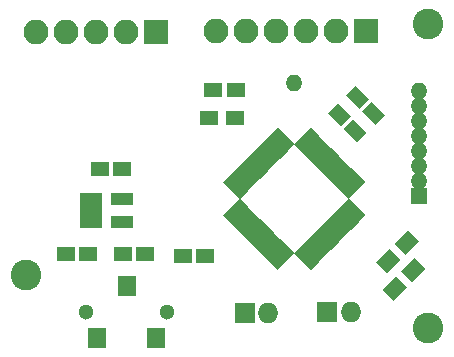
<source format=gts>
G04 #@! TF.FileFunction,Soldermask,Top*
%FSLAX46Y46*%
G04 Gerber Fmt 4.6, Leading zero omitted, Abs format (unit mm)*
G04 Created by KiCad (PCBNEW 4.0.4-stable) date Thursday, September 28, 2017 'AMt' 07:09:09 AM*
%MOMM*%
%LPD*%
G01*
G04 APERTURE LIST*
%ADD10C,0.100000*%
%ADD11R,1.400000X1.400000*%
%ADD12O,1.400000X1.400000*%
%ADD13R,2.100000X2.100000*%
%ADD14O,2.100000X2.100000*%
%ADD15C,2.600000*%
%ADD16R,1.600000X1.150000*%
%ADD17R,1.600000X1.300000*%
%ADD18R,1.600000X1.800000*%
%ADD19C,1.300000*%
%ADD20R,1.960000X1.050000*%
%ADD21R,1.750000X1.750000*%
%ADD22O,1.750000X1.750000*%
G04 APERTURE END LIST*
D10*
D11*
X175300000Y-112290000D03*
D12*
X175300000Y-111020000D03*
X175300000Y-109750000D03*
X175300000Y-108480000D03*
X175300000Y-107210000D03*
X175300000Y-105940000D03*
X175300000Y-104670000D03*
X175300000Y-103400000D03*
X164700000Y-102745000D03*
D13*
X153000000Y-98400000D03*
D14*
X150460000Y-98400000D03*
X147920000Y-98400000D03*
X145380000Y-98400000D03*
X142840000Y-98400000D03*
D13*
X170800000Y-98300000D03*
D14*
X168260000Y-98300000D03*
X165720000Y-98300000D03*
X163180000Y-98300000D03*
X160640000Y-98300000D03*
X158100000Y-98300000D03*
D10*
G36*
X159343666Y-114568288D02*
X158671914Y-113896536D01*
X160086128Y-112482322D01*
X160757880Y-113154074D01*
X159343666Y-114568288D01*
X159343666Y-114568288D01*
G37*
G36*
X159909352Y-115133973D02*
X159237600Y-114462221D01*
X160651814Y-113048007D01*
X161323566Y-113719759D01*
X159909352Y-115133973D01*
X159909352Y-115133973D01*
G37*
G36*
X160475037Y-115699659D02*
X159803285Y-115027907D01*
X161217499Y-113613693D01*
X161889251Y-114285445D01*
X160475037Y-115699659D01*
X160475037Y-115699659D01*
G37*
G36*
X161040722Y-116265344D02*
X160368970Y-115593592D01*
X161783184Y-114179378D01*
X162454936Y-114851130D01*
X161040722Y-116265344D01*
X161040722Y-116265344D01*
G37*
G36*
X161606408Y-116831030D02*
X160934656Y-116159278D01*
X162348870Y-114745064D01*
X163020622Y-115416816D01*
X161606408Y-116831030D01*
X161606408Y-116831030D01*
G37*
G36*
X162172093Y-117396715D02*
X161500341Y-116724963D01*
X162914555Y-115310749D01*
X163586307Y-115982501D01*
X162172093Y-117396715D01*
X162172093Y-117396715D01*
G37*
G36*
X162737779Y-117962400D02*
X162066027Y-117290648D01*
X163480241Y-115876434D01*
X164151993Y-116548186D01*
X162737779Y-117962400D01*
X162737779Y-117962400D01*
G37*
G36*
X163303464Y-118528086D02*
X162631712Y-117856334D01*
X164045926Y-116442120D01*
X164717678Y-117113872D01*
X163303464Y-118528086D01*
X163303464Y-118528086D01*
G37*
G36*
X166768288Y-117856334D02*
X166096536Y-118528086D01*
X164682322Y-117113872D01*
X165354074Y-116442120D01*
X166768288Y-117856334D01*
X166768288Y-117856334D01*
G37*
G36*
X167333973Y-117290648D02*
X166662221Y-117962400D01*
X165248007Y-116548186D01*
X165919759Y-115876434D01*
X167333973Y-117290648D01*
X167333973Y-117290648D01*
G37*
G36*
X167899659Y-116724963D02*
X167227907Y-117396715D01*
X165813693Y-115982501D01*
X166485445Y-115310749D01*
X167899659Y-116724963D01*
X167899659Y-116724963D01*
G37*
G36*
X168465344Y-116159278D02*
X167793592Y-116831030D01*
X166379378Y-115416816D01*
X167051130Y-114745064D01*
X168465344Y-116159278D01*
X168465344Y-116159278D01*
G37*
G36*
X169031030Y-115593592D02*
X168359278Y-116265344D01*
X166945064Y-114851130D01*
X167616816Y-114179378D01*
X169031030Y-115593592D01*
X169031030Y-115593592D01*
G37*
G36*
X169596715Y-115027907D02*
X168924963Y-115699659D01*
X167510749Y-114285445D01*
X168182501Y-113613693D01*
X169596715Y-115027907D01*
X169596715Y-115027907D01*
G37*
G36*
X170162400Y-114462221D02*
X169490648Y-115133973D01*
X168076434Y-113719759D01*
X168748186Y-113048007D01*
X170162400Y-114462221D01*
X170162400Y-114462221D01*
G37*
G36*
X170728086Y-113896536D02*
X170056334Y-114568288D01*
X168642120Y-113154074D01*
X169313872Y-112482322D01*
X170728086Y-113896536D01*
X170728086Y-113896536D01*
G37*
G36*
X169313872Y-112517678D02*
X168642120Y-111845926D01*
X170056334Y-110431712D01*
X170728086Y-111103464D01*
X169313872Y-112517678D01*
X169313872Y-112517678D01*
G37*
G36*
X168748186Y-111951993D02*
X168076434Y-111280241D01*
X169490648Y-109866027D01*
X170162400Y-110537779D01*
X168748186Y-111951993D01*
X168748186Y-111951993D01*
G37*
G36*
X168182501Y-111386307D02*
X167510749Y-110714555D01*
X168924963Y-109300341D01*
X169596715Y-109972093D01*
X168182501Y-111386307D01*
X168182501Y-111386307D01*
G37*
G36*
X167616816Y-110820622D02*
X166945064Y-110148870D01*
X168359278Y-108734656D01*
X169031030Y-109406408D01*
X167616816Y-110820622D01*
X167616816Y-110820622D01*
G37*
G36*
X167051130Y-110254936D02*
X166379378Y-109583184D01*
X167793592Y-108168970D01*
X168465344Y-108840722D01*
X167051130Y-110254936D01*
X167051130Y-110254936D01*
G37*
G36*
X166485445Y-109689251D02*
X165813693Y-109017499D01*
X167227907Y-107603285D01*
X167899659Y-108275037D01*
X166485445Y-109689251D01*
X166485445Y-109689251D01*
G37*
G36*
X165919759Y-109123566D02*
X165248007Y-108451814D01*
X166662221Y-107037600D01*
X167333973Y-107709352D01*
X165919759Y-109123566D01*
X165919759Y-109123566D01*
G37*
G36*
X165354074Y-108557880D02*
X164682322Y-107886128D01*
X166096536Y-106471914D01*
X166768288Y-107143666D01*
X165354074Y-108557880D01*
X165354074Y-108557880D01*
G37*
G36*
X164717678Y-107886128D02*
X164045926Y-108557880D01*
X162631712Y-107143666D01*
X163303464Y-106471914D01*
X164717678Y-107886128D01*
X164717678Y-107886128D01*
G37*
G36*
X164151993Y-108451814D02*
X163480241Y-109123566D01*
X162066027Y-107709352D01*
X162737779Y-107037600D01*
X164151993Y-108451814D01*
X164151993Y-108451814D01*
G37*
G36*
X163586307Y-109017499D02*
X162914555Y-109689251D01*
X161500341Y-108275037D01*
X162172093Y-107603285D01*
X163586307Y-109017499D01*
X163586307Y-109017499D01*
G37*
G36*
X163020622Y-109583184D02*
X162348870Y-110254936D01*
X160934656Y-108840722D01*
X161606408Y-108168970D01*
X163020622Y-109583184D01*
X163020622Y-109583184D01*
G37*
G36*
X162454936Y-110148870D02*
X161783184Y-110820622D01*
X160368970Y-109406408D01*
X161040722Y-108734656D01*
X162454936Y-110148870D01*
X162454936Y-110148870D01*
G37*
G36*
X161889251Y-110714555D02*
X161217499Y-111386307D01*
X159803285Y-109972093D01*
X160475037Y-109300341D01*
X161889251Y-110714555D01*
X161889251Y-110714555D01*
G37*
G36*
X161323566Y-111280241D02*
X160651814Y-111951993D01*
X159237600Y-110537779D01*
X159909352Y-109866027D01*
X161323566Y-111280241D01*
X161323566Y-111280241D01*
G37*
G36*
X160757880Y-111845926D02*
X160086128Y-112517678D01*
X158671914Y-111103464D01*
X159343666Y-110431712D01*
X160757880Y-111845926D01*
X160757880Y-111845926D01*
G37*
D15*
X176000000Y-123500000D03*
X176000000Y-97700000D03*
D10*
G36*
X170844023Y-106930850D02*
X170030850Y-107744023D01*
X168899479Y-106612652D01*
X169712652Y-105799479D01*
X170844023Y-106930850D01*
X170844023Y-106930850D01*
G37*
G36*
X169500521Y-105587348D02*
X168687348Y-106400521D01*
X167555977Y-105269150D01*
X168369150Y-104455977D01*
X169500521Y-105587348D01*
X169500521Y-105587348D01*
G37*
D16*
X157150000Y-117400000D03*
X155250000Y-117400000D03*
X159750000Y-103300000D03*
X157850000Y-103300000D03*
D10*
G36*
X172344023Y-105430850D02*
X171530850Y-106244023D01*
X170399479Y-105112652D01*
X171212652Y-104299479D01*
X172344023Y-105430850D01*
X172344023Y-105430850D01*
G37*
G36*
X171000521Y-104087348D02*
X170187348Y-104900521D01*
X169055977Y-103769150D01*
X169869150Y-102955977D01*
X171000521Y-104087348D01*
X171000521Y-104087348D01*
G37*
D16*
X147250000Y-117200000D03*
X145350000Y-117200000D03*
X150200000Y-117200000D03*
X152100000Y-117200000D03*
X150150000Y-110000000D03*
X148250000Y-110000000D03*
D10*
G36*
X174333883Y-115196878D02*
X175253122Y-116116117D01*
X174121751Y-117247488D01*
X173202512Y-116328249D01*
X174333883Y-115196878D01*
X174333883Y-115196878D01*
G37*
G36*
X172778249Y-116752512D02*
X173697488Y-117671751D01*
X172566117Y-118803122D01*
X171646878Y-117883883D01*
X172778249Y-116752512D01*
X172778249Y-116752512D01*
G37*
D17*
X157500000Y-105700000D03*
X159700000Y-105700000D03*
D18*
X148000000Y-124300000D03*
X153000000Y-124300000D03*
X150500000Y-119900000D03*
D19*
X147100000Y-122100000D03*
X153900000Y-122100000D03*
D20*
X147450000Y-112550000D03*
X147450000Y-113500000D03*
X147450000Y-114450000D03*
X150150000Y-114450000D03*
X150150000Y-112550000D03*
D10*
G36*
X173116117Y-121153122D02*
X172196878Y-120233883D01*
X173328249Y-119102512D01*
X174247488Y-120021751D01*
X173116117Y-121153122D01*
X173116117Y-121153122D01*
G37*
G36*
X174671751Y-119597488D02*
X173752512Y-118678249D01*
X174883883Y-117546878D01*
X175803122Y-118466117D01*
X174671751Y-119597488D01*
X174671751Y-119597488D01*
G37*
D15*
X142000000Y-119000000D03*
D21*
X160500000Y-122200000D03*
D22*
X162500000Y-122200000D03*
D21*
X167500000Y-122150000D03*
D22*
X169500000Y-122150000D03*
M02*

</source>
